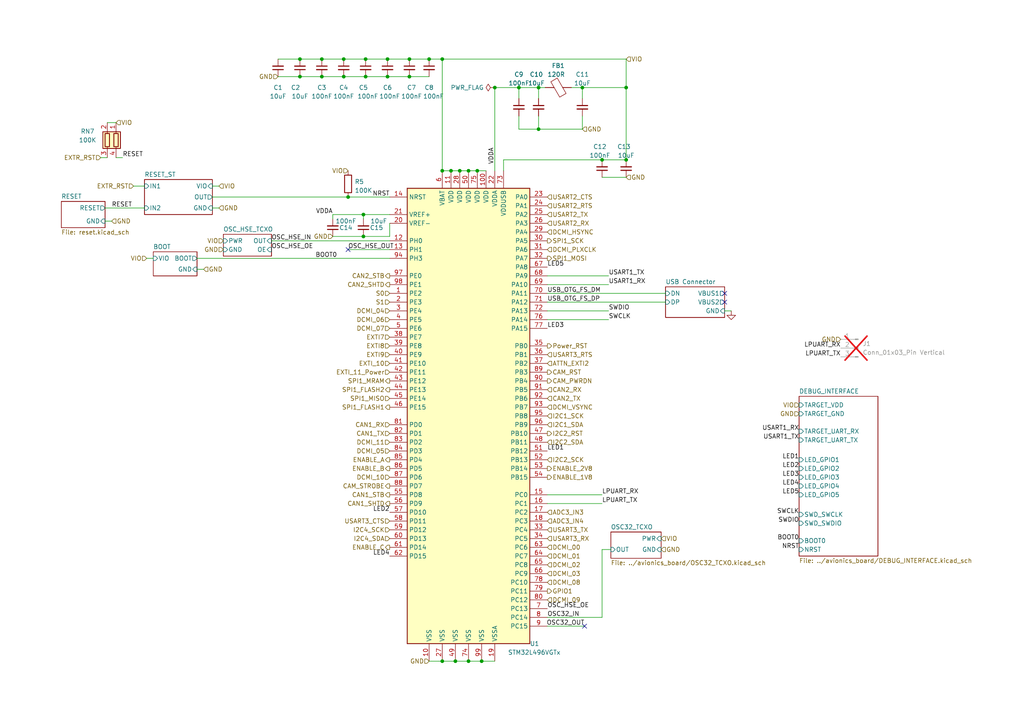
<source format=kicad_sch>
(kicad_sch (version 20250114) (generator "eeschema") (generator_version "9.0")
  (paper "A4")
  (lib_symbols
    (symbol "Common:STM32L496VGTx"
      (property "Reference" "U2" (at 9.652 -67.818 0))
      (property "Value" "STM32L496VGTx" (at 9.652 -70.358 0))
      (symbol "STM32L496VGTx_0_1"
        (rectangle (start -17.78 66.04) (end 17.78 -66.04) (stroke (width 0.254)) (fill (type background)))
      )
      (symbol "STM32L496VGTx_1_1"
        (pin input line (at -22.86 63.5 0) (length 5.08) (name "NRST") (number "14"))
        (pin input line (at -22.86 58.42 0) (length 5.08) (name "VREF+") (number "21"))
        (pin input line (at -22.86 55.88 0) (length 5.08) (name "VREF-") (number "20"))
        (pin bidirectional line (at -22.86 50.8 0) (length 5.08) (name "PH0") (number "12"))
        (pin bidirectional line (at -22.86 48.26 0) (length 5.08) (name "PH1") (number "13"))
        (pin bidirectional line (at -22.86 45.72 0) (length 5.08) (name "PH3") (number "94"))
        (pin bidirectional line (at -22.86 40.64 0) (length 5.08) (name "PE0") (number "97"))
        (pin bidirectional line (at -22.86 38.1 0) (length 5.08) (name "PE1") (number "98"))
        (pin bidirectional line (at -22.86 35.56 0) (length 5.08) (name "PE2") (number "1"))
        (pin bidirectional line (at -22.86 33.02 0) (length 5.08) (name "PE3") (number "2"))
        (pin bidirectional line (at -22.86 30.48 0) (length 5.08) (name "PE4") (number "3"))
        (pin bidirectional line (at -22.86 27.94 0) (length 5.08) (name "PE5") (number "4"))
        (pin bidirectional line (at -22.86 25.4 0) (length 5.08) (name "PE6") (number "5"))
        (pin bidirectional line (at -22.86 22.86 0) (length 5.08) (name "PE7") (number "38"))
        (pin bidirectional line (at -22.86 20.32 0) (length 5.08) (name "PE8") (number "39"))
        (pin bidirectional line (at -22.86 17.78 0) (length 5.08) (name "PE9") (number "40"))
        (pin bidirectional line (at -22.86 15.24 0) (length 5.08) (name "PE10") (number "41"))
        (pin bidirectional line (at -22.86 12.7 0) (length 5.08) (name "PE11") (number "42"))
        (pin bidirectional line (at -22.86 10.16 0) (length 5.08) (name "PE12") (number "43"))
        (pin bidirectional line (at -22.86 7.62 0) (length 5.08) (name "PE13") (number "44"))
        (pin bidirectional line (at -22.86 5.08 0) (length 5.08) (name "PE14") (number "45"))
        (pin bidirectional line (at -22.86 2.54 0) (length 5.08) (name "PE15") (number "46"))
        (pin bidirectional line (at -22.86 -2.54 0) (length 5.08) (name "PD0") (number "81"))
        (pin bidirectional line (at -22.86 -5.08 0) (length 5.08) (name "PD1") (number "82"))
        (pin bidirectional line (at -22.86 -7.62 0) (length 5.08) (name "PD2") (number "83"))
        (pin bidirectional line (at -22.86 -10.16 0) (length 5.08) (name "PD3") (number "84"))
        (pin bidirectional line (at -22.86 -12.7 0) (length 5.08) (name "PD4") (number "85"))
        (pin bidirectional line (at -22.86 -15.24 0) (length 5.08) (name "PD5") (number "86"))
        (pin bidirectional line (at -22.86 -17.78 0) (length 5.08) (name "PD6") (number "87"))
        (pin bidirectional line (at -22.86 -20.32 0) (length 5.08) (name "PD7") (number "88"))
        (pin bidirectional line (at -22.86 -22.86 0) (length 5.08) (name "PD8") (number "55"))
        (pin bidirectional line (at -22.86 -25.4 0) (length 5.08) (name "PD9") (number "56"))
        (pin bidirectional line (at -22.86 -27.94 0) (length 5.08) (name "PD10") (number "57"))
        (pin bidirectional line (at -22.86 -30.48 0) (length 5.08) (name "PD11") (number "58"))
        (pin bidirectional line (at -22.86 -33.02 0) (length 5.08) (name "PD12") (number "59"))
        (pin bidirectional line (at -22.86 -35.56 0) (length 5.08) (name "PD13") (number "60"))
        (pin bidirectional line (at -22.86 -38.1 0) (length 5.08) (name "PD14") (number "61"))
        (pin bidirectional line (at -22.86 -40.64 0) (length 5.08) (name "PD15") (number "62"))
        (pin power_in line (at -11.43 -71.12 90) (length 5.08) (name "VSS") (number "10"))
        (pin power_in line (at -7.62 71.12 270) (length 5.08) (name "VBAT") (number "6"))
        (pin power_in line (at -7.62 -71.12 90) (length 5.08) (name "VSS") (number "27"))
        (pin power_in line (at -5.08 71.12 270) (length 5.08) (name "VDD") (number "11"))
        (pin power_in line (at -3.81 -71.12 90) (length 5.08) (name "VSS") (number "49"))
        (pin power_in line (at -2.54 71.12 270) (length 5.08) (name "VDD") (number "28"))
        (pin power_in line (at 0 71.12 270) (length 5.08) (name "VDD") (number "50"))
        (pin power_in line (at 0 -71.12 90) (length 5.08) (name "VSS") (number "74"))
        (pin power_in line (at 2.54 71.12 270) (length 5.08) (name "VDD") (number "75"))
        (pin power_in line (at 3.81 -71.12 90) (length 5.08) (name "VSS") (number "99"))
        (pin power_in line (at 5.08 71.12 270) (length 5.08) (name "VDD") (number "100"))
        (pin power_in line (at 7.62 71.12 270) (length 5.08) (name "VDDA") (number "22"))
        (pin power_in line (at 7.62 -71.12 90) (length 5.08) (name "VSSA") (number "19"))
        (pin power_in line (at 10.16 71.12 270) (length 5.08) (name "VDDUSB") (number "73"))
        (pin bidirectional line (at 22.86 63.5 180) (length 5.08) (name "PA0") (number "23"))
        (pin bidirectional line (at 22.86 60.96 180) (length 5.08) (name "PA1") (number "24"))
        (pin bidirectional line (at 22.86 58.42 180) (length 5.08) (name "PA2") (number "25"))
        (pin bidirectional line (at 22.86 55.88 180) (length 5.08) (name "PA3") (number "26"))
        (pin bidirectional line (at 22.86 53.34 180) (length 5.08) (name "PA4") (number "29"))
        (pin bidirectional line (at 22.86 50.8 180) (length 5.08) (name "PA5") (number "30"))
        (pin bidirectional line (at 22.86 48.26 180) (length 5.08) (name "PA6") (number "31"))
        (pin bidirectional line (at 22.86 45.72 180) (length 5.08) (name "PA7") (number "32"))
        (pin bidirectional line (at 22.86 43.18 180) (length 5.08) (name "PA8") (number "67"))
        (pin bidirectional line (at 22.86 40.64 180) (length 5.08) (name "PA9") (number "68"))
        (pin bidirectional line (at 22.86 38.1 180) (length 5.08) (name "PA10") (number "69"))
        (pin bidirectional line (at 22.86 35.56 180) (length 5.08) (name "PA11") (number "70"))
        (pin bidirectional line (at 22.86 33.02 180) (length 5.08) (name "PA12") (number "71"))
        (pin bidirectional line (at 22.86 30.48 180) (length 5.08) (name "PA13") (number "72"))
        (pin bidirectional line (at 22.86 27.94 180) (length 5.08) (name "PA14") (number "76"))
        (pin bidirectional line (at 22.86 25.4 180) (length 5.08) (name "PA15") (number "77"))
        (pin bidirectional line (at 22.86 20.32 180) (length 5.08) (name "PB0") (number "35"))
        (pin bidirectional line (at 22.86 17.78 180) (length 5.08) (name "PB1") (number "36"))
        (pin bidirectional line (at 22.86 15.24 180) (length 5.08) (name "PB2") (number "37"))
        (pin bidirectional line (at 22.86 12.7 180) (length 5.08) (name "PB3") (number "89"))
        (pin bidirectional line (at 22.86 10.16 180) (length 5.08) (name "PB4") (number "90"))
        (pin bidirectional line (at 22.86 7.62 180) (length 5.08) (name "PB5") (number "91"))
        (pin bidirectional line (at 22.86 5.08 180) (length 5.08) (name "PB6") (number "92"))
        (pin bidirectional line (at 22.86 2.54 180) (length 5.08) (name "PB7") (number "93"))
        (pin bidirectional line (at 22.86 0 180) (length 5.08) (name "PB8") (number "95"))
        (pin bidirectional line (at 22.86 -2.54 180) (length 5.08) (name "PB9") (number "96"))
        (pin bidirectional line (at 22.86 -5.08 180) (length 5.08) (name "PB10") (number "47"))
        (pin bidirectional line (at 22.86 -7.62 180) (length 5.08) (name "PB11") (number "48"))
        (pin bidirectional line (at 22.86 -10.16 180) (length 5.08) (name "PB12") (number "51"))
        (pin bidirectional line (at 22.86 -12.7 180) (length 5.08) (name "PB13") (number "52"))
        (pin bidirectional line (at 22.86 -15.24 180) (length 5.08) (name "PB14") (number "53"))
        (pin bidirectional line (at 22.86 -17.78 180) (length 5.08) (name "PB15") (number "54"))
        (pin bidirectional line (at 22.86 -22.86 180) (length 5.08) (name "PC0") (number "15"))
        (pin bidirectional line (at 22.86 -25.4 180) (length 5.08) (name "PC1") (number "16"))
        (pin bidirectional line (at 22.86 -27.94 180) (length 5.08) (name "PC2") (number "17"))
        (pin bidirectional line (at 22.86 -30.48 180) (length 5.08) (name "PC3") (number "18"))
        (pin bidirectional line (at 22.86 -33.02 180) (length 5.08) (name "PC4") (number "33"))
        (pin bidirectional line (at 22.86 -35.56 180) (length 5.08) (name "PC5") (number "34"))
        (pin bidirectional line (at 22.86 -38.1 180) (length 5.08) (name "PC6") (number "63"))
        (pin bidirectional line (at 22.86 -40.64 180) (length 5.08) (name "PC7") (number "64"))
        (pin bidirectional line (at 22.86 -43.18 180) (length 5.08) (name "PC8") (number "65"))
        (pin bidirectional line (at 22.86 -45.72 180) (length 5.08) (name "PC9") (number "66"))
        (pin bidirectional line (at 22.86 -48.26 180) (length 5.08) (name "PC10") (number "78"))
        (pin bidirectional line (at 22.86 -50.8 180) (length 5.08) (name "PC11") (number "79"))
        (pin bidirectional line (at 22.86 -53.34 180) (length 5.08) (name "PC12") (number "80"))
        (pin bidirectional line (at 22.86 -55.88 180) (length 5.08) (name "PC13") (number "7"))
        (pin bidirectional line (at 22.86 -58.42 180) (length 5.08) (name "PC14") (number "8"))
        (pin bidirectional line (at 22.86 -60.96 180) (length 5.08) (name "PC15") (number "9"))
      )
    )
    (symbol "Connector:Conn_01x03_Pin" (pin_names (offset 1.016) (hide yes))
      (property "Reference" "J" (at 0 5.08 0))
      (property "Value" "Conn_01x03_Pin" (at 0 -5.08 0))
      (symbol "Conn_01x03_Pin_1_1"
        (rectangle (start 0.8636 2.667) (end 0 2.413) (stroke (width 0.1524)) (fill (type outline)))
        (rectangle (start 0.8636 0.127) (end 0 -0.127) (stroke (width 0.1524)) (fill (type outline)))
        (rectangle (start 0.8636 -2.413) (end 0 -2.667) (stroke (width 0.1524)) (fill (type outline)))
        (polyline (pts (xy 1.27 2.54) (xy 0.8636 2.54)) (stroke (width 0.1524)))
        (polyline (pts (xy 1.27 0) (xy 0.8636 0)) (stroke (width 0.1524)))
        (polyline (pts (xy 1.27 -2.54) (xy 0.8636 -2.54)) (stroke (width 0.1524)))
        (pin passive line (at 5.08 2.54 180) (length 3.81) (name "Pin_1") (number "1"))
        (pin passive line (at 5.08 0 180) (length 3.81) (name "Pin_2") (number "2"))
        (pin passive line (at 5.08 -2.54 180) (length 3.81) (name "Pin_3") (number "3"))
      )
    )
    (symbol "Device:C_Small" (pin_numbers (hide yes)) (pin_names (offset 0.254) (hide yes))
      (property "Reference" "C" (at 0.254 1.778 0))
      (property "Value" "C_Small" (at 0.254 -2.032 0))
      (symbol "C_Small_0_1"
        (polyline (pts (xy -1.524 0.508) (xy 1.524 0.508)) (stroke (width 0.3048)))
        (polyline (pts (xy -1.524 -0.508) (xy 1.524 -0.508)) (stroke (width 0.3302)))
      )
      (symbol "C_Small_1_1"
        (pin passive line (at 0 2.54 270) (length 2.032) (name "~") (number "1"))
        (pin passive line (at 0 -2.54 90) (length 2.032) (name "~") (number "2"))
      )
    )
    (symbol "Device:FerriteBead" (pin_numbers (hide yes)) (pin_names (offset 0))
      (property "Reference" "FB" (at -3.81 0.635 90))
      (property "Value" "FerriteBead" (at 3.81 0 90))
      (symbol "FerriteBead_0_1"
        (polyline (pts (xy -2.7686 0.4064) (xy -1.7018 2.2606) (xy 2.7686 -0.3048) (xy 1.6764 -2.159) (xy -2.7686 0.4064)))
        (polyline (pts (xy 0 1.27) (xy 0 1.2954)))
        (polyline (pts (xy 0 -1.27) (xy 0 -1.2192)))
      )
      (symbol "FerriteBead_1_1"
        (pin passive line (at 0 3.81 270) (length 2.54) (name "~") (number "1"))
        (pin passive line (at 0 -3.81 90) (length 2.54) (name "~") (number "2"))
      )
    )
    (symbol "Device:R" (pin_numbers (hide yes)) (pin_names (offset 0))
      (property "Reference" "R" (at 2.032 0 90))
      (property "Value" "R" (at 0 0 90))
      (symbol "R_0_1"
        (rectangle (start -1.016 -2.54) (end 1.016 2.54) (stroke (width 0.254)))
      )
      (symbol "R_1_1"
        (pin passive line (at 0 3.81 270) (length 1.27) (name "~") (number "1"))
        (pin passive line (at 0 -3.81 90) (length 1.27) (name "~") (number "2"))
      )
    )
    (symbol "Device:R_Pack02" (pin_names (offset 0) (hide yes))
      (property "Reference" "RN" (at -5.08 0 90))
      (property "Value" "R_Pack02" (at 2.54 0 90))
      (symbol "R_Pack02_0_1"
        (rectangle (start -3.81 -2.413) (end 1.27 2.413) (stroke (width 0.254)) (fill (type background)))
        (rectangle (start -3.175 1.905) (end -1.905 -1.905) (stroke (width 0.254)))
        (polyline (pts (xy -2.54 1.905) (xy -2.54 2.54)))
        (polyline (pts (xy -2.54 -2.54) (xy -2.54 -1.905)))
        (rectangle (start -0.635 1.905) (end 0.635 -1.905) (stroke (width 0.254)))
        (polyline (pts (xy 0 1.905) (xy 0 2.54)))
        (polyline (pts (xy 0 -2.54) (xy 0 -1.905)))
      )
      (symbol "R_Pack02_1_1"
        (pin passive line (at -2.54 5.08 270) (length 2.54) (name "R1.2") (number "4"))
        (pin passive line (at -2.54 -5.08 90) (length 2.54) (name "R1.1") (number "1"))
        (pin passive line (at 0 5.08 270) (length 2.54) (name "R2.2") (number "3"))
        (pin passive line (at 0 -5.08 90) (length 2.54) (name "R2.1") (number "2"))
      )
    )
    (symbol "power:GND" (power) (pin_numbers (hide yes)) (pin_names (offset 0) (hide yes))
      (property "Value" "GND" (at 0 -3.81 0))
      (symbol "GND_0_1"
        (polyline (pts (xy 0 0) (xy 0 -1.27) (xy 1.27 -1.27) (xy 0 -2.54) (xy -1.27 -1.27) (xy 0 -1.27)))
      )
      (symbol "GND_1_1"
        (pin power_in line (at 0 0 270) (length 0) (name "~") (number "1"))
      )
    )
    (symbol "power:PWR_FLAG" (power) (pin_numbers (hide yes)) (pin_names (offset 0) (hide yes))
      (property "Value" "PWR_FLAG" (at 0 3.81 0))
      (symbol "PWR_FLAG_0_0"
        (pin power_out line (at 0 0 90) (length 0) (name "~") (number "1"))
      )
      (symbol "PWR_FLAG_0_1"
        (polyline (pts (xy 0 0) (xy 0 1.27) (xy -1.016 1.905) (xy 0 2.54) (xy 1.016 1.905) (xy 0 1.27)))
      )
    )
  )
  (junction (at 99.695 17.145))
  (junction (at 99.695 22.225))
  (junction (at 138.43 49.53))
  (junction (at 124.46 17.145))
  (junction (at 93.345 22.225))
  (junction (at 118.745 17.145))
  (junction (at 128.27 191.77))
  (junction (at 135.89 49.53))
  (junction (at 130.81 49.53))
  (junction (at 86.995 22.225))
  (junction (at 156.21 25.4))
  (junction (at 133.35 49.53))
  (junction (at 118.745 22.225))
  (junction (at 135.89 191.77))
  (junction (at 128.27 49.53))
  (junction (at 156.21 37.465))
  (junction (at 100.965 57.15))
  (junction (at 105.41 68.58))
  (junction (at 106.045 22.225))
  (junction (at 168.91 25.4))
  (junction (at 132.08 191.77))
  (junction (at 112.395 17.145))
  (junction (at 128.27 17.145))
  (junction (at 174.625 46.355))
  (junction (at 105.41 62.23))
  (junction (at 181.61 25.4))
  (junction (at 150.495 25.4))
  (junction (at 112.395 22.225))
  (junction (at 143.51 25.4))
  (junction (at 181.61 46.355))
  (junction (at 139.7 191.77))
  (junction (at 86.995 17.145))
  (junction (at 93.345 17.145))
  (junction (at 106.045 17.145))
  (no_connect (at 169.545 181.61))
  (no_connect (at 210.185 85.09))
  (no_connect (at 100.965 72.39))
  (no_connect (at 210.185 87.63))
  (wire (pts (xy 150.495 33.655) (xy 150.495 37.465)))
  (wire (pts (xy 138.43 49.53) (xy 140.97 49.53)))
  (wire (pts (xy 128.27 17.145) (xy 181.61 17.145)))
  (wire (pts (xy 112.395 22.225) (xy 118.745 22.225)))
  (wire (pts (xy 181.61 17.145) (xy 181.61 25.4)))
  (wire (pts (xy 35.56 45.72) (xy 33.655 45.72)))
  (wire (pts (xy 174.625 146.05) (xy 158.75 146.05)))
  (wire (pts (xy 168.91 28.575) (xy 168.91 25.4)))
  (wire (pts (xy 156.21 28.575) (xy 156.21 25.4)))
  (wire (pts (xy 80.645 22.225) (xy 86.995 22.225)))
  (wire (pts (xy 86.995 22.225) (xy 93.345 22.225)))
  (wire (pts (xy 176.53 92.71) (xy 158.75 92.71)))
  (wire (pts (xy 128.27 191.77) (xy 132.08 191.77)))
  (wire (pts (xy 42.545 74.93) (xy 44.45 74.93)))
  (wire (pts (xy 174.625 143.51) (xy 158.75 143.51)))
  (wire (pts (xy 29.21 45.72) (xy 31.115 45.72)))
  (wire (pts (xy 165.735 25.4) (xy 168.91 25.4)))
  (wire (pts (xy 96.52 62.23) (xy 105.41 62.23)))
  (wire (pts (xy 176.53 82.55) (xy 158.75 82.55)))
  (wire (pts (xy 174.625 179.07) (xy 174.625 159.385)))
  (wire (pts (xy 130.81 49.53) (xy 133.35 49.53)))
  (wire (pts (xy 86.995 17.145) (xy 93.345 17.145)))
  (wire (pts (xy 158.75 85.09) (xy 193.04 85.09)))
  (wire (pts (xy 210.185 90.17) (xy 212.09 90.17)))
  (wire (pts (xy 105.41 62.23) (xy 113.03 62.23)))
  (wire (pts (xy 105.41 62.23) (xy 105.41 63.5)))
  (wire (pts (xy 93.345 22.225) (xy 99.695 22.225)))
  (wire (pts (xy 158.75 87.63) (xy 193.04 87.63)))
  (wire (pts (xy 31.115 35.56) (xy 33.655 35.56)))
  (wire (pts (xy 146.05 49.53) (xy 146.05 46.355)))
  (wire (pts (xy 133.35 49.53) (xy 135.89 49.53)))
  (wire (pts (xy 150.495 25.4) (xy 156.21 25.4)))
  (wire (pts (xy 99.695 17.145) (xy 106.045 17.145)))
  (wire (pts (xy 150.495 37.465) (xy 156.21 37.465)))
  (wire (pts (xy 63.5 53.975) (xy 61.595 53.975)))
  (wire (pts (xy 100.965 57.15) (xy 113.03 57.15)))
  (wire (pts (xy 78.74 69.85) (xy 113.03 69.85)))
  (wire (pts (xy 96.52 68.58) (xy 105.41 68.58)))
  (wire (pts (xy 156.21 25.4) (xy 158.115 25.4)))
  (wire (pts (xy 32.385 64.135) (xy 30.48 64.135)))
  (wire (pts (xy 57.15 74.93) (xy 113.03 74.93)))
  (wire (pts (xy 158.75 179.07) (xy 174.625 179.07)))
  (wire (pts (xy 99.695 22.225) (xy 106.045 22.225)))
  (wire (pts (xy 169.545 181.61) (xy 158.75 181.61)))
  (wire (pts (xy 124.46 191.77) (xy 128.27 191.77)))
  (wire (pts (xy 93.345 17.145) (xy 99.695 17.145)))
  (wire (pts (xy 128.27 49.53) (xy 130.81 49.53)))
  (wire (pts (xy 128.27 17.145) (xy 128.27 49.53)))
  (wire (pts (xy 156.21 37.465) (xy 168.91 37.465)))
  (wire (pts (xy 135.89 191.77) (xy 139.7 191.77)))
  (wire (pts (xy 156.21 37.465) (xy 156.21 33.655)))
  (wire (pts (xy 80.645 17.145) (xy 86.995 17.145)))
  (wire (pts (xy 132.08 191.77) (xy 135.89 191.77)))
  (wire (pts (xy 59.055 78.105) (xy 57.15 78.105)))
  (wire (pts (xy 143.51 25.4) (xy 143.51 49.53)))
  (wire (pts (xy 168.91 25.4) (xy 181.61 25.4)))
  (wire (pts (xy 176.53 90.17) (xy 158.75 90.17)))
  (wire (pts (xy 150.495 28.575) (xy 150.495 25.4)))
  (wire (pts (xy 118.745 22.225) (xy 124.46 22.225)))
  (wire (pts (xy 61.595 57.15) (xy 100.965 57.15)))
  (wire (pts (xy 105.41 68.58) (xy 113.03 68.58)))
  (wire (pts (xy 63.5 60.325) (xy 61.595 60.325)))
  (wire (pts (xy 135.89 49.53) (xy 138.43 49.53)))
  (wire (pts (xy 174.625 159.385) (xy 177.165 159.385)))
  (wire (pts (xy 146.05 46.355) (xy 174.625 46.355)))
  (wire (pts (xy 100.965 72.39) (xy 113.03 72.39)))
  (wire (pts (xy 174.625 46.355) (xy 181.61 46.355)))
  (wire (pts (xy 30.48 60.325) (xy 41.91 60.325)))
  (wire (pts (xy 139.7 191.77) (xy 143.51 191.77)))
  (wire (pts (xy 106.045 17.145) (xy 112.395 17.145)))
  (wire (pts (xy 38.735 53.975) (xy 41.91 53.975)))
  (wire (pts (xy 106.045 22.225) (xy 112.395 22.225)))
  (wire (pts (xy 112.395 17.145) (xy 118.745 17.145)))
  (wire (pts (xy 113.03 68.58) (xy 113.03 64.77)))
  (wire (pts (xy 168.91 37.465) (xy 168.91 33.655)))
  (wire (pts (xy 143.51 25.4) (xy 150.495 25.4)))
  (wire (pts (xy 176.53 80.01) (xy 158.75 80.01)))
  (wire (pts (xy 118.745 17.145) (xy 124.46 17.145)))
  (wire (pts (xy 124.46 17.145) (xy 128.27 17.145)))
  (wire (pts (xy 181.61 25.4) (xy 181.61 46.355)))
  (wire (pts (xy 96.52 62.23) (xy 96.52 63.5)))
  (wire (pts (xy 174.625 51.435) (xy 181.61 51.435)))
  (label "SWDIO" (at 231.775 151.765 180))
  (label "NRST" (at 113.03 57.15 180))
  (label "USART1_RX" (at 231.775 125.095 180))
  (label "BOOT0" (at 231.775 156.845 180))
  (label "SWCLK" (at 231.775 149.225 180))
  (label "OSC32_OUT" (at 169.545 181.61 180))
  (label "SWCLK" (at 176.53 92.71 0))
  (label "USB_OTG_FS_DM" (at 158.75 85.09 0))
  (label "OSC32_IN" (at 158.75 179.07 0))
  (label "LPUART_RX" (at 174.625 143.51 0))
  (label "OSC_HSE_OE" (at 158.75 176.53 0))
  (label "RESET" (at 35.56 45.72 0))
  (label "LED5" (at 158.75 77.47 0))
  (label "LED4" (at 231.775 140.97 180))
  (label "RESET" (at 32.385 60.325 0))
  (label "LED3" (at 158.75 95.25 0))
  (label "NRST" (at 231.775 159.385 180))
  (label "USART1_TX" (at 176.53 80.01 0))
  (label "USART1_RX" (at 176.53 82.55 0))
  (label "LPUART_RX" (at 243.84 100.965 180))
  (label "LED4" (at 113.03 161.29 180))
  (label "LED1" (at 231.775 133.35 180))
  (label "BOOT0" (at 97.79 74.93 180))
  (label "LPUART_TX" (at 174.625 146.05 0))
  (label "OSC_HSE_OUT" (at 100.965 72.39 0))
  (label "LED1" (at 158.75 130.81 0))
  (label "LED2" (at 231.775 135.89 180))
  (label "USART1_TX" (at 231.775 127.635 180))
  (label "OSC_HSE_IN" (at 78.74 69.85 0))
  (label "LED3" (at 231.775 138.43 180))
  (label "LED5" (at 231.775 143.51 180))
  (label "LPUART_TX" (at 243.84 103.505 180))
  (label "USB_OTG_FS_DP" (at 158.75 87.63 0))
  (label "VDDA" (at 143.51 47.625 90))
  (label "SWDIO" (at 176.53 90.17 0))
  (label "VDDA" (at 96.52 62.23 180))
  (label "OSC_HSE_OE" (at 78.74 72.39 0))
  (label "LED2" (at 113.03 148.59 180))
  (hierarchical_label "DCMI_07" (shape input) (at 113.03 95.25 180))
  (hierarchical_label "CAN2_TX" (shape input) (at 158.75 115.57 0))
  (hierarchical_label "DCMI_08" (shape input) (at 158.75 168.91 0))
  (hierarchical_label "DCMI_02" (shape input) (at 158.75 163.83 0))
  (hierarchical_label "I2C4_SDA" (shape input) (at 113.03 156.21 180))
  (hierarchical_label "DCMI_HSYNC" (shape input) (at 158.75 67.31 0))
  (hierarchical_label "VIO" (shape input) (at 181.61 17.145 0))
  (hierarchical_label "SPI1_MRAM" (shape output) (at 113.03 110.49 180))
  (hierarchical_label "GND" (shape input) (at 64.77 72.39 180))
  (hierarchical_label "ATTN_EXTI2" (shape input) (at 158.75 105.41 0))
  (hierarchical_label "CAN1_RX" (shape input) (at 113.03 123.19 180))
  (hierarchical_label "ENABLE_A" (shape output) (at 113.03 133.35 180))
  (hierarchical_label "GND" (shape input) (at 59.055 78.105 0))
  (hierarchical_label "DCMI_11" (shape input) (at 113.03 128.27 180))
  (hierarchical_label "GND" (shape input) (at 32.385 64.135 0))
  (hierarchical_label "ENABLE_1V8" (shape output) (at 158.75 138.43 0))
  (hierarchical_label "SPI1_MOSI" (shape output) (at 158.75 74.93 0))
  (hierarchical_label "VIO" (shape input) (at 42.545 74.93 180))
  (hierarchical_label "VIO" (shape input) (at 63.5 53.975 0))
  (hierarchical_label "CAN2_SHTD" (shape output) (at 113.03 82.55 180))
  (hierarchical_label "CAN2_RX" (shape input) (at 158.75 113.03 0))
  (hierarchical_label "USART3_RTS" (shape input) (at 158.75 102.87 0))
  (hierarchical_label "Power_RST" (shape output) (at 158.75 100.33 0))
  (hierarchical_label "GPIO1" (shape output) (at 158.75 171.45 0))
  (hierarchical_label "GND" (shape input) (at 96.52 68.58 180))
  (hierarchical_label "SPI1_SCK" (shape output) (at 158.75 69.85 0))
  (hierarchical_label "USART2_TX" (shape input) (at 158.75 62.23 0))
  (hierarchical_label "EXTR_RST" (shape input) (at 38.735 53.975 180))
  (hierarchical_label "S0" (shape input) (at 113.03 85.09 180))
  (hierarchical_label "DCMI_00" (shape input) (at 158.75 158.75 0))
  (hierarchical_label "CAM_PWRDN" (shape output) (at 158.75 110.49 0))
  (hierarchical_label "DCMI_09" (shape input) (at 158.75 173.99 0))
  (hierarchical_label "EXTI_10" (shape input) (at 113.03 105.41 180))
  (hierarchical_label "SPI1_FLASH1" (shape output) (at 113.03 118.11 180))
  (hierarchical_label "EXTI_11_Power" (shape input) (at 113.03 107.95 180))
  (hierarchical_label "I2C2_SCK" (shape input) (at 158.75 133.35 0))
  (hierarchical_label "GND" (shape input) (at 124.46 191.77 180))
  (hierarchical_label "CAM_STROBE" (shape output) (at 113.03 140.97 180))
  (hierarchical_label "DCMI_VSYNC" (shape input) (at 158.75 118.11 0))
  (hierarchical_label "VIO" (shape input) (at 231.775 117.475 180))
  (hierarchical_label "GND" (shape input) (at 168.91 37.465 0))
  (hierarchical_label "GND" (shape input) (at 231.775 120.015 180))
  (hierarchical_label "USART2_CTS" (shape input) (at 158.75 57.15 0))
  (hierarchical_label "DCMI_06" (shape input) (at 113.03 92.71 180))
  (hierarchical_label "VIO" (shape input) (at 64.77 69.85 180))
  (hierarchical_label "GND" (shape input) (at 181.61 51.435 0))
  (hierarchical_label "GND" (shape input) (at 80.645 22.225 180))
  (hierarchical_label "I2C2_RST" (shape output) (at 158.75 125.73 0))
  (hierarchical_label "CAN1_TX" (shape input) (at 113.03 125.73 180))
  (hierarchical_label "DCMI_03" (shape input) (at 158.75 166.37 0))
  (hierarchical_label "VIO" (shape input) (at 33.655 35.56 0))
  (hierarchical_label "S1" (shape input) (at 113.03 87.63 180))
  (hierarchical_label "ENABLE_2V8" (shape output) (at 158.75 135.89 0))
  (hierarchical_label "VIO" (shape input) (at 100.965 49.53 180))
  (hierarchical_label "EXTI9" (shape input) (at 113.03 102.87 180))
  (hierarchical_label "ADC3_IN4" (shape input) (at 158.75 151.13 0))
  (hierarchical_label "CAN1_STB" (shape output) (at 113.03 143.51 180))
  (hierarchical_label "USART2_RX" (shape input) (at 158.75 64.77 0))
  (hierarchical_label "DCMI_01" (shape input) (at 158.75 161.29 0))
  (hierarchical_label "USART2_RTS" (shape input) (at 158.75 59.69 0))
  (hierarchical_label "USART3_TX" (shape input) (at 158.75 153.67 0))
  (hierarchical_label "USART3_CTS" (shape input) (at 113.03 151.13 180))
  (hierarchical_label "SPI1_FLASH2" (shape output) (at 113.03 113.03 180))
  (hierarchical_label "ENABLE_C" (shape output) (at 113.03 158.75 180))
  (hierarchical_label "GND" (shape input) (at 63.5 60.325 0))
  (hierarchical_label "CAN1_SHTD" (shape output) (at 113.03 146.05 180))
  (hierarchical_label "I2C2_SDA" (shape input) (at 158.75 128.27 0))
  (hierarchical_label "VIO" (shape input) (at 191.77 156.21 0))
  (hierarchical_label "GND" (shape input) (at 191.77 159.385 0))
  (hierarchical_label "CAM_RST" (shape output) (at 158.75 107.95 0))
  (hierarchical_label "USART3_RX" (shape input) (at 158.75 156.21 0))
  (hierarchical_label "SPI1_MISO" (shape input) (at 113.03 115.57 180))
  (hierarchical_label "DCMI_04" (shape input) (at 113.03 90.17 180))
  (hierarchical_label "CAN2_STB" (shape output) (at 113.03 80.01 180))
  (hierarchical_label "I2C4_SCK" (shape input) (at 113.03 153.67 180))
  (hierarchical_label "I2C1_SCK" (shape input) (at 158.75 120.65 0))
  (hierarchical_label "DCMI_10" (shape input) (at 113.03 138.43 180))
  (hierarchical_label "DCMI_05" (shape input) (at 113.03 130.81 180))
  (hierarchical_label "ENABLE_B" (shape output) (at 113.03 135.89 180))
  (hierarchical_label "EXTI7" (shape input) (at 113.03 97.79 180))
  (hierarchical_label "EXTI8" (shape input) (at 113.03 100.33 180))
  (hierarchical_label "ADC3_IN3" (shape input) (at 158.75 148.59 0))
  (hierarchical_label "I2C1_SDA" (shape input) (at 158.75 123.19 0))
  (hierarchical_label "EXTR_RST" (shape input) (at 29.21 45.72 180))
  (hierarchical_label "DCMI_PLXCLK" (shape input) (at 158.75 72.39 0))
  (hierarchical_label "GND" (shape input) (at 243.84 98.425 180))
  (symbol (lib_id "Common:STM32L496VGTx") (at 135.89 120.65 0) (unit 1)
    (property "Reference" "U1" (at 153.67 186.69 0) (effects (justify left)))
    (property "Value" "STM32L496VGTx" (at 147.32 189.23 0) (effects (justify left)))
    (property "Footprint" "Package_QFP:LQFP-100_14x14mm_P0.5mm" (effects (hide yes)))
    (property "Datasheet" "https://www.st.com/resource/en/datasheet/stm32l496ae.pdf" (effects (hide yes)))
    (property "Description" "STMicroelectronics Arm Cortex-M4 MCU, 1024KB flash, 320KB RAM, 80 MHz, 1.71-3.6V, 83 GPIO, LQFP100" (effects (hide yes)))
    (property "Manufacturer" "STM" (effects (hide yes)))
    (property "Part Number" "STM32L496VGT6" (effects (hide yes)))
  )
  (symbol (lib_id "Device:C_Small") (at 105.41 66.04 180) (unit 1)
    (property "Reference" "C15" (at 109.22 66.04 0))
    (property "Value" "10uF" (at 109.855 64.135 0))
    (property "Footprint" "Capacitor_SMD:C_0603_1608Metric_Pad1.08x0.95mm_HandSolder" (effects (hide yes)))
    (property "Datasheet" "https://search.murata.co.jp/Ceramy/image/img/A01X/G101/ENG/GRM188R61E106KA73-01.pdf" (effects (hide yes)))
    (property "Description" "Unpolarized capacitor" (effects (hide yes)))
    (property "Voltage" "25" (effects (hide yes)))
    (property "Tolerance" "10" (effects (hide yes)))
    (property "Temperture Coefficient" "X5R" (effects (hide yes)))
    (property "Manufacturer" "Murata" (effects (hide yes)))
    (property "Part Number" "GRM188R61E106KA73D" (effects (hide yes)))
  )
  (symbol (lib_id "Device:C_Small") (at 124.46 19.685 0) (unit 1)
    (property "Reference" "C8" (at 124.46 25.4 0))
    (property "Value" "100nF" (at 125.73 27.94 0))
    (property "Footprint" "Capacitor_SMD:C_0402_1005Metric_Pad0.74x0.62mm_HandSolder" (effects (hide yes)))
    (property "Datasheet" "https://search.murata.co.jp/Ceramy/image/img/A01X/G101/ENG/GRM155R61E104KA87-01.pdf" (effects (hide yes)))
    (property "Description" "Unpolarized capacitor" (effects (hide yes)))
    (property "Voltage" "25" (effects (hide yes)))
    (property "Tolerance" "10" (effects (hide yes)))
    (property "Temperture Coefficient" "X5R" (effects (hide yes)))
    (property "Manufacturer" "Murata" (effects (hide yes)))
    (property "Part Number" "GRM155R61E104KA87D" (effects (hide yes)))
  )
  (symbol (lib_id "Device:C_Small") (at 168.91 31.115 0) (mirror y) (unit 1)
    (property "Reference" "C11" (at 168.91 21.59 0))
    (property "Value" "10uF" (at 168.91 24.13 0))
    (property "Footprint" "Capacitor_SMD:C_0603_1608Metric_Pad1.08x0.95mm_HandSolder" (effects (hide yes)))
    (property "Datasheet" "https://search.murata.co.jp/Ceramy/image/img/A01X/G101/ENG/GRM188R61E106KA73-01.pdf" (effects (hide yes)))
    (property "Description" "Unpolarized capacitor" (effects (hide yes)))
    (property "Voltage" "25" (effects (hide yes)))
    (property "Tolerance" "10" (effects (hide yes)))
    (property "Temperture Coefficient" "X5R" (effects (hide yes)))
    (property "Manufacturer" "Murata" (effects (hide yes)))
    (property "Part Number" "GRM188R61E106KA73D" (effects (hide yes)))
  )
  (symbol (lib_id "Device:C_Small") (at 106.045 19.685 0) (unit 1)
    (property "Reference" "C5" (at 105.41 25.4 0))
    (property "Value" "100nF" (at 106.68 27.94 0))
    (property "Footprint" "Capacitor_SMD:C_0402_1005Metric_Pad0.74x0.62mm_HandSolder" (effects (hide yes)))
    (property "Datasheet" "https://search.murata.co.jp/Ceramy/image/img/A01X/G101/ENG/GRM155R61E104KA87-01.pdf" (effects (hide yes)))
    (property "Description" "Unpolarized capacitor" (effects (hide yes)))
    (property "Voltage" "25" (effects (hide yes)))
    (property "Tolerance" "10" (effects (hide yes)))
    (property "Temperture Coefficient" "X5R" (effects (hide yes)))
    (property "Manufacturer" "Murata" (effects (hide yes)))
    (property "Part Number" "GRM155R61E104KA87D" (effects (hide yes)))
  )
  (symbol (lib_id "Device:C_Small") (at 96.52 66.04 180) (unit 1)
    (property "Reference" "C14" (at 100.33 66.04 0))
    (property "Value" "100nF" (at 100.33 64.135 0))
    (property "Footprint" "Capacitor_SMD:C_0402_1005Metric_Pad0.74x0.62mm_HandSolder" (effects (hide yes)))
    (property "Datasheet" "https://search.murata.co.jp/Ceramy/image/img/A01X/G101/ENG/GRM155R61E104KA87-01.pdf" (effects (hide yes)))
    (property "Description" "Unpolarized capacitor" (effects (hide yes)))
    (property "Voltage" "25" (effects (hide yes)))
    (property "Tolerance" "10" (effects (hide yes)))
    (property "Temperture Coefficient" "X5R" (effects (hide yes)))
    (property "Manufacturer" "Murata" (effects (hide yes)))
    (property "Part Number" "GRM155R61E104KA87D" (effects (hide yes)))
  )
  (symbol (lib_id "power:GND") (at 212.09 90.17 0) (unit 1)
    (property "Reference" "#PWR029" (effects (hide yes)))
    (property "Value" "GND" (effects (hide yes)))
    (property "Description" "Power symbol creates a global label with name \"GND\" , ground" (effects (hide yes)))
  )
  (symbol (lib_id "Device:C_Small") (at 86.995 19.685 180) (unit 1)
    (property "Reference" "C2" (at 85.725 25.4 0))
    (property "Value" "10uF" (at 86.995 27.94 0))
    (property "Footprint" "Capacitor_SMD:C_0603_1608Metric_Pad1.08x0.95mm_HandSolder" (effects (hide yes)))
    (property "Datasheet" "https://search.murata.co.jp/Ceramy/image/img/A01X/G101/ENG/GRM188R61E106KA73-01.pdf" (effects (hide yes)))
    (property "Description" "Unpolarized capacitor" (effects (hide yes)))
    (property "Voltage" "25" (effects (hide yes)))
    (property "Tolerance" "10" (effects (hide yes)))
    (property "Temperture Coefficient" "X5R" (effects (hide yes)))
    (property "Manufacturer" "Murata" (effects (hide yes)))
    (property "Part Number" "GRM188R61E106KA73D" (effects (hide yes)))
  )
  (symbol (lib_id "Device:C_Small") (at 99.695 19.685 0) (unit 1)
    (property "Reference" "C4" (at 99.695 25.4 0))
    (property "Value" "100nF" (at 99.695 27.94 0))
    (property "Footprint" "Capacitor_SMD:C_0402_1005Metric_Pad0.74x0.62mm_HandSolder" (effects (hide yes)))
    (property "Datasheet" "https://search.murata.co.jp/Ceramy/image/img/A01X/G101/ENG/GRM155R61E104KA87-01.pdf" (effects (hide yes)))
    (property "Description" "Unpolarized capacitor" (effects (hide yes)))
    (property "Voltage" "25" (effects (hide yes)))
    (property "Tolerance" "10" (effects (hide yes)))
    (property "Temperture Coefficient" "X5R" (effects (hide yes)))
    (property "Manufacturer" "Murata" (effects (hide yes)))
    (property "Part Number" "GRM155R61E104KA87D" (effects (hide yes)))
  )
  (symbol (lib_id "Device:R") (at 100.965 53.34 0) (unit 1)
    (property "Reference" "R5" (at 102.87 52.705 0) (effects (justify left)))
    (property "Value" "100K" (at 102.87 55.245 0) (effects (justify left)))
    (property "Footprint" "Resistor_SMD:R_0402_1005Metric_Pad0.72x0.64mm_HandSolder" (effects (hide yes)))
    (property "Datasheet" "https://www.yageo.com/upload/media/product/products/datasheet/rchip/PYu-RC_Group_51_RoHS_L_12.pdf" (effects (hide yes)))
    (property "Description" "Resistor" (effects (hide yes)))
    (property "Note" "pullup/pulldown" (effects (hide yes)))
    (property "Tolerance" "1" (effects (hide yes)))
    (property "Manufacturer" "YAGEO" (effects (hide yes)))
    (property "Part Number" "RC0402FR-07100KL" (effects (hide yes)))
  )
  (symbol (lib_id "Connector:Conn_01x03_Pin") (at 248.92 100.965 0) (mirror y) (unit 1) (dnp yes)
    (property "Reference" "J1" (at 250.19 99.6949 0) (effects (justify right)))
    (property "Value" "Conn_01x03_Pin Vertical" (at 250.19 102.2349 0) (effects (justify right)))
    (property "Footprint" "Connector_PinHeader_2.54mm:PinHeader_1x03_P2.54mm_Vertical" (effects (hide yes)))
    (property "Description" "Generic connector, single row, 01x03, script generated" (effects (hide yes)))
    (property "Manufacturer" "generic" (effects (hide yes)))
    (property "Part Number" "vertical" (effects (hide yes)))
  )
  (symbol (lib_id "Device:FerriteBead") (at 161.925 25.4 270) (mirror x) (unit 1)
    (property "Reference" "FB1" (at 160.02 19.05 90) (effects (justify left)))
    (property "Value" "120R" (at 158.75 21.59 90) (effects (justify left)))
    (property "Footprint" "Inductor_SMD:L_0603_1608Metric_Pad1.05x0.95mm_HandSolder" (effects (hide yes)))
    (property "Datasheet" "https://www.murata.com/en-us/products/productdata/8796738650142/ENFA0003.pdf" (effects (hide yes)))
    (property "Description" "Ferrite bead" (effects (hide yes)))
    (property "Amps" "2" (effects (hide yes)))
    (property "Manufacturer" "Murata" (effects (hide yes)))
    (property "Part Number" "BLM18PG121SN1D" (effects (hide yes)))
  )
  (symbol (lib_id "Device:C_Small") (at 93.345 19.685 0) (unit 1)
    (property "Reference" "C3" (at 93.345 25.4 0))
    (property "Value" "100nF" (at 93.345 27.94 0))
    (property "Footprint" "Capacitor_SMD:C_0402_1005Metric_Pad0.74x0.62mm_HandSolder" (effects (hide yes)))
    (property "Datasheet" "https://search.murata.co.jp/Ceramy/image/img/A01X/G101/ENG/GRM155R61E104KA87-01.pdf" (effects (hide yes)))
    (property "Description" "Unpolarized capacitor" (effects (hide yes)))
    (property "Voltage" "25" (effects (hide yes)))
    (property "Tolerance" "10" (effects (hide yes)))
    (property "Temperture Coefficient" "X5R" (effects (hide yes)))
    (property "Manufacturer" "Murata" (effects (hide yes)))
    (property "Part Number" "GRM155R61E104KA87D" (effects (hide yes)))
  )
  (symbol (lib_id "power:PWR_FLAG") (at 143.51 25.4 90) (unit 1)
    (property "Reference" "#FLG05" (effects (hide yes)))
    (property "Value" "PWR_FLAG" (at 140.335 25.4001 90) (effects (justify left)))
    (property "Description" "Special symbol for telling ERC where power comes from" (effects (hide yes)))
  )
  (symbol (lib_id "Device:C_Small") (at 174.625 48.895 0) (mirror x) (unit 1)
    (property "Reference" "C12" (at 173.99 42.545 0))
    (property "Value" "100nF" (at 173.99 45.085 0))
    (property "Footprint" "Capacitor_SMD:C_0402_1005Metric_Pad0.74x0.62mm_HandSolder" (effects (hide yes)))
    (property "Datasheet" "https://search.murata.co.jp/Ceramy/image/img/A01X/G101/ENG/GRM155R61E104KA87-01.pdf" (effects (hide yes)))
    (property "Description" "Unpolarized capacitor" (effects (hide yes)))
    (property "Voltage" "25" (effects (hide yes)))
    (property "Tolerance" "10" (effects (hide yes)))
    (property "Temperture Coefficient" "X5R" (effects (hide yes)))
    (property "Manufacturer" "Murata" (effects (hide yes)))
    (property "Part Number" "GRM155R61E104KA87D" (effects (hide yes)))
  )
  (symbol (lib_id "Device:C_Small") (at 156.21 31.115 0) (mirror y) (unit 1)
    (property "Reference" "C10" (at 155.575 21.59 0))
    (property "Value" "10uF" (at 155.575 24.13 0))
    (property "Footprint" "Capacitor_SMD:C_0603_1608Metric_Pad1.08x0.95mm_HandSolder" (effects (hide yes)))
    (property "Datasheet" "https://search.murata.co.jp/Ceramy/image/img/A01X/G101/ENG/GRM188R61E106KA73-01.pdf" (effects (hide yes)))
    (property "Description" "Unpolarized capacitor" (effects (hide yes)))
    (property "Voltage" "25" (effects (hide yes)))
    (property "Tolerance" "10" (effects (hide yes)))
    (property "Temperture Coefficient" "X5R" (effects (hide yes)))
    (property "Manufacturer" "Murata" (effects (hide yes)))
    (property "Part Number" "GRM188R61E106KA73D" (effects (hide yes)))
  )
  (symbol (lib_id "Device:C_Small") (at 112.395 19.685 0) (unit 1)
    (property "Reference" "C6" (at 112.395 25.4 0))
    (property "Value" "100nF" (at 113.03 27.94 0))
    (property "Footprint" "Capacitor_SMD:C_0402_1005Metric_Pad0.74x0.62mm_HandSolder" (effects (hide yes)))
    (property "Datasheet" "https://search.murata.co.jp/Ceramy/image/img/A01X/G101/ENG/GRM155R61E104KA87-01.pdf" (effects (hide yes)))
    (property "Description" "Unpolarized capacitor" (effects (hide yes)))
    (property "Voltage" "25" (effects (hide yes)))
    (property "Tolerance" "10" (effects (hide yes)))
    (property "Temperture Coefficient" "X5R" (effects (hide yes)))
    (property "Manufacturer" "Murata" (effects (hide yes)))
    (property "Part Number" "GRM155R61E104KA87D" (effects (hide yes)))
  )
  (symbol (lib_id "Device:R_Pack02") (at 31.115 40.64 180) (unit 1)
    (property "Reference" "RN7" (at 25.4 38.1 0))
    (property "Value" "100K" (at 25.4 40.64 0))
    (property "Footprint" "Common:R_Array_Convex_2x0402_widepads" (effects (hide yes)))
    (property "Datasheet" "https://industrial.panasonic.com/cdbs/www-data/pdf/AOC0000/AOC0000C14.pdf" (effects (hide yes)))
    (property "Description" "2 resistor network, parallel topology" (effects (hide yes)))
    (property "Manufacturer" "Panasonic" (effects (hide yes)))
    (property "Part Number" "EXB-24V104JX" (effects (hide yes)))
    (property "Tolerance" "5" (effects (hide yes)))
  )
  (symbol (lib_id "Device:C_Small") (at 150.495 31.115 0) (mirror y) (unit 1)
    (property "Reference" "C9" (at 150.495 21.59 0))
    (property "Value" "100nF" (at 150.495 24.13 0))
    (property "Footprint" "Capacitor_SMD:C_0402_1005Metric_Pad0.74x0.62mm_HandSolder" (effects (hide yes)))
    (property "Datasheet" "https://search.murata.co.jp/Ceramy/image/img/A01X/G101/ENG/GRM155R61E104KA87-01.pdf" (effects (hide yes)))
    (property "Description" "Unpolarized capacitor" (effects (hide yes)))
    (property "Voltage" "25" (effects (hide yes)))
    (property "Tolerance" "10" (effects (hide yes)))
    (property "Temperture Coefficient" "X5R" (effects (hide yes)))
    (property "Manufacturer" "Murata" (effects (hide yes)))
    (property "Part Number" "GRM155R61E104KA87D" (effects (hide yes)))
  )
  (symbol (lib_id "Device:C_Small") (at 80.645 19.685 180) (unit 1)
    (property "Reference" "C1" (at 80.645 25.4 0))
    (property "Value" "10uF" (at 80.645 27.94 0))
    (property "Footprint" "Capacitor_SMD:C_0603_1608Metric_Pad1.08x0.95mm_HandSolder" (effects (hide yes)))
    (property "Datasheet" "https://search.murata.co.jp/Ceramy/image/img/A01X/G101/ENG/GRM188R61E106KA73-01.pdf" (effects (hide yes)))
    (property "Description" "Unpolarized capacitor" (effects (hide yes)))
    (property "Voltage" "25" (effects (hide yes)))
    (property "Tolerance" "10" (effects (hide yes)))
    (property "Temperture Coefficient" "X5R" (effects (hide yes)))
    (property "Manufacturer" "Murata" (effects (hide yes)))
    (property "Part Number" "GRM188R61E106KA73D" (effects (hide yes)))
  )
  (symbol (lib_id "Device:C_Small") (at 118.745 19.685 0) (unit 1)
    (property "Reference" "C7" (at 119.38 25.4 0))
    (property "Value" "100nF" (at 119.38 27.94 0))
    (property "Footprint" "Capacitor_SMD:C_0402_1005Metric_Pad0.74x0.62mm_HandSolder" (effects (hide yes)))
    (property "Datasheet" "https://search.murata.co.jp/Ceramy/image/img/A01X/G101/ENG/GRM155R61E104KA87-01.pdf" (effects (hide yes)))
    (property "Description" "Unpolarized capacitor" (effects (hide yes)))
    (property "Voltage" "25" (effects (hide yes)))
    (property "Tolerance" "10" (effects (hide yes)))
    (property "Temperture Coefficient" "X5R" (effects (hide yes)))
    (property "Manufacturer" "Murata" (effects (hide yes)))
    (property "Part Number" "GRM155R61E104KA87D" (effects (hide yes)))
  )
  (symbol (lib_id "Device:C_Small") (at 181.61 48.895 0) (mirror x) (unit 1)
    (property "Reference" "C13" (at 180.975 42.545 0))
    (property "Value" "10uF" (at 181.61 45.085 0))
    (property "Footprint" "Capacitor_SMD:C_0603_1608Metric_Pad1.08x0.95mm_HandSolder" (effects (hide yes)))
    (property "Datasheet" "https://search.murata.co.jp/Ceramy/image/img/A01X/G101/ENG/GRM188R61E106KA73-01.pdf" (effects (hide yes)))
    (property "Description" "Unpolarized capacitor" (effects (hide yes)))
    (property "Voltage" "25" (effects (hide yes)))
    (property "Tolerance" "10" (effects (hide yes)))
    (property "Temperture Coefficient" "X5R" (effects (hide yes)))
    (property "Manufacturer" "Murata" (effects (hide yes)))
    (property "Part Number" "GRM188R61E106KA73D" (effects (hide yes)))
  )
  (sheet (at 231.775 114.935) (size 22.86 46.355) (stroke (width 0.1524))
    (property "Sheetname" "DEBUG_INTERFACE" (at 231.775 114.2234 0) (effects (justify left bottom)))
    (property "Sheetfile" "../avionics_board/DEBUG_INTERFACE.kicad_sch" (at 231.775 161.8746 0) (effects (justify left top)))
    (pin "TARGET_GND" input (at 231.775 120.015 180))
    (pin "LED_GPIO1" input (at 231.775 133.35 180))
    (pin "TARGET_VDD" input (at 231.775 117.475 180))
    (pin "SWD_SWCLK" input (at 231.775 149.225 180))
    (pin "BOOT0" input (at 231.775 156.845 180))
    (pin "SWD_SWDIO" input (at 231.775 151.765 180))
    (pin "LED_GPIO5" input (at 231.775 143.51 180))
    (pin "LED_GPIO2" input (at 231.775 135.89 180))
    (pin "NRST" input (at 231.775 159.385 180))
    (pin "LED_GPIO4" input (at 231.775 140.97 180))
    (pin "LED_GPIO3" input (at 231.775 138.43 180))
    (pin "TARGET_UART_RX" input (at 231.775 125.095 180))
    (pin "TARGET_UART_TX" input (at 231.775 127.635 180))
  )
  (sheet (at 193.04 83.185) (size 17.145 8.89) (stroke (width 0.1524))
    (property "Sheetname" "USB Connector" (at 193.04 82.4734 0) (effects (justify left bottom)))
    (property "Sheetfile" "../avionics_board/USB.kicad_sch" (effects (hide yes)))
    (pin "GND" input (at 210.185 90.17 0))
    (pin "DN" input (at 193.04 85.09 180))
    (pin "DP" input (at 193.04 87.63 180))
    (pin "VBUS1" output (at 210.185 85.09 0))
    (pin "VBUS2" output (at 210.185 87.63 0))
  )
  (sheet (at 177.165 154.305) (size 14.605 7.62) (stroke (width 0.1524))
    (property "Sheetname" "OSC32_TCXO" (at 177.165 153.5934 0) (effects (justify left bottom)))
    (property "Sheetfile" "../avionics_board/OSC32_TCXO.kicad_sch" (at 177.165 162.5096 0) (effects (justify left top)))
    (pin "GND" input (at 191.77 159.385 0))
    (pin "PWR" input (at 191.77 156.21 0))
    (pin "OUT" input (at 177.165 159.385 180))
  )
  (sheet (at 44.45 73.025) (size 12.7 6.985) (stroke (width 0.1524))
    (property "Sheetname" "BOOT" (at 44.45 72.3134 0) (effects (justify left bottom)))
    (property "Sheetfile" "../avionics_board/boot.kicad_sch" (effects (hide yes)))
    (pin "VIO" input (at 44.45 74.93 180))
    (pin "BOOT" output (at 57.15 74.93 0))
    (pin "GND" input (at 57.15 78.105 0))
  )
  (sheet (at 17.78 58.42) (size 12.7 7.62) (stroke (width 0.1524))
    (property "Sheetname" "RESET" (at 17.78 57.7084 0) (effects (justify left bottom)))
    (property "Sheetfile" "reset.kicad_sch" (at 17.78 66.6246 0) (effects (justify left top)))
    (pin "GND" input (at 30.48 64.135 0))
    (pin "RESET" output (at 30.48 60.325 0))
  )
  (sheet (at 41.91 52.07) (size 19.685 10.16) (stroke (width 0.1524))
    (property "Sheetname" "RESET_ST" (at 41.91 51.3584 0) (effects (justify left bottom)))
    (property "Sheetfile" "../avionics_board/schmitt_trigger.kicad_sch" (effects (hide yes)))
    (pin "GND" input (at 61.595 60.325 0))
    (pin "VIO" input (at 61.595 53.975 0))
    (pin "OUT" output (at 61.595 57.15 0))
    (pin "IN1" input (at 41.91 53.975 180))
    (pin "IN2" input (at 41.91 60.325 180))
  )
  (sheet (at 64.77 67.945) (size 13.97 6.35) (stroke (width 0.1524))
    (property "Sheetname" "OSC_HSE_TCXO" (at 64.77 67.2334 0) (effects (justify left bottom)))
    (property "Sheetfile" "../avionics_board/OSC_HSE_TCXO.kicad_sch" (effects (hide yes)))
    (pin "OE" input (at 78.74 72.39 0))
    (pin "GND" input (at 64.77 72.39 180))
    (pin "OUT" input (at 78.74 69.85 0))
    (pin "PWR" input (at 64.77 69.85 180))
  )
)
</source>
